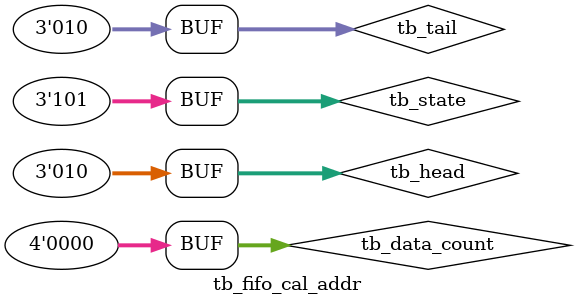
<source format=v>
`timescale 1ns/100ps

module tb_fifo_cal_addr;		//testbench of fifo_cal_addr
	
	reg [2:0]tb_head, tb_tail, tb_state;
	reg [3:0]tb_data_count;
	wire tb_we, tb_re;
	wire [2:0]tb_next_head, tb_next_tail;
	wire [3:0]tb_next_data_count;
	
	//state
	parameter INIT = 3'b000;
	parameter NO_OP = 3'b001;
	parameter WRITE = 3'b010;
	parameter WR_ERROR = 3'b011;
	parameter READ = 3'b100;
	parameter RD_ERROR = 3'b101;
	
	fifo_cal_addr U0_fifo_cal_addr(tb_we, tb_re, tb_next_head, tb_next_tail, tb_next_data_count, tb_state, tb_head, tb_tail, tb_data_count);
	
	initial begin
		//When state = INIT
		tb_state = INIT; tb_head = 3'b000; tb_tail = 3'b000; tb_data_count = 4'b0000; #10;	
		
		//When state = NO_OP
		tb_state = NO_OP; tb_head = 3'b000; tb_tail = 3'b000; tb_data_count = 4'b0000; #10;
		tb_state = NO_OP; tb_head = 3'b010; tb_tail = 3'b011; tb_data_count = 4'b0001; #10;
		tb_state = NO_OP; tb_head = 3'b111; tb_tail = 3'b111; tb_data_count = 4'b1000; #10;
		
		//When state = WRITE
		tb_state = WRITE; tb_head = 3'b000; tb_tail = 3'b000; tb_data_count = 4'b0000; #10;
		tb_state = WRITE; tb_head = 3'b110; tb_tail = 3'b111; tb_data_count = 4'b0001; #10;
		tb_state = WRITE; tb_head = 3'b101; tb_tail = 3'b100; tb_data_count = 4'b0111; #10;
		
		//When State = WR_ERROR
		tb_state = WR_ERROR; tb_head = 3'b101; tb_tail = 3'b101; tb_data_count = 4'b1000; #10;
		
		//When state = READ
		tb_state = READ; tb_head = 3'b000; tb_tail = 3'b000; tb_data_count = 4'b1000; #10;
		tb_state = READ; tb_head = 3'b110; tb_tail = 3'b000; tb_data_count = 4'b0011; #10;
		tb_state = READ; tb_head = 3'b101; tb_tail = 3'b110; tb_data_count = 4'b0001; #10;
		
		//When state = RD_ERROR
		tb_state = RD_ERROR; tb_head = 3'b010; tb_tail = 3'b010; tb_data_count = 4'b0000; #10;
		
	end
endmodule

</source>
